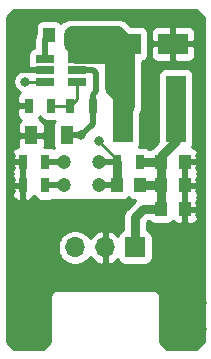
<source format=gtl>
G04 #@! TF.GenerationSoftware,KiCad,Pcbnew,(5.1.7)-1*
G04 #@! TF.CreationDate,2021-11-27T23:37:44+01:00*
G04 #@! TF.ProjectId,psu-module-positive,7073752d-6d6f-4647-956c-652d706f7369,rev?*
G04 #@! TF.SameCoordinates,Original*
G04 #@! TF.FileFunction,Copper,L1,Top*
G04 #@! TF.FilePolarity,Positive*
%FSLAX46Y46*%
G04 Gerber Fmt 4.6, Leading zero omitted, Abs format (unit mm)*
G04 Created by KiCad (PCBNEW (5.1.7)-1) date 2021-11-27 23:37:44*
%MOMM*%
%LPD*%
G01*
G04 APERTURE LIST*
G04 #@! TA.AperFunction,SMDPad,CuDef*
%ADD10R,0.700000X1.300000*%
G04 #@! TD*
G04 #@! TA.AperFunction,ComponentPad*
%ADD11C,1.200000*%
G04 #@! TD*
G04 #@! TA.AperFunction,SMDPad,CuDef*
%ADD12R,1.000000X1.250000*%
G04 #@! TD*
G04 #@! TA.AperFunction,ComponentPad*
%ADD13R,1.700000X1.700000*%
G04 #@! TD*
G04 #@! TA.AperFunction,ComponentPad*
%ADD14O,1.700000X1.700000*%
G04 #@! TD*
G04 #@! TA.AperFunction,SMDPad,CuDef*
%ADD15R,2.500000X1.800000*%
G04 #@! TD*
G04 #@! TA.AperFunction,SMDPad,CuDef*
%ADD16R,1.000000X1.600000*%
G04 #@! TD*
G04 #@! TA.AperFunction,SMDPad,CuDef*
%ADD17R,1.560000X0.650000*%
G04 #@! TD*
G04 #@! TA.AperFunction,SMDPad,CuDef*
%ADD18R,1.700000X5.700000*%
G04 #@! TD*
G04 #@! TA.AperFunction,ViaPad*
%ADD19C,0.800000*%
G04 #@! TD*
G04 #@! TA.AperFunction,Conductor*
%ADD20C,0.500000*%
G04 #@! TD*
G04 #@! TA.AperFunction,Conductor*
%ADD21C,0.750000*%
G04 #@! TD*
G04 #@! TA.AperFunction,Conductor*
%ADD22C,1.500000*%
G04 #@! TD*
G04 #@! TA.AperFunction,Conductor*
%ADD23C,0.250000*%
G04 #@! TD*
G04 #@! TA.AperFunction,Conductor*
%ADD24C,0.254000*%
G04 #@! TD*
G04 #@! TA.AperFunction,Conductor*
%ADD25C,0.100000*%
G04 #@! TD*
G04 APERTURE END LIST*
D10*
X17950000Y-13750000D03*
X16050000Y-13750000D03*
X21450000Y-13750000D03*
X19550000Y-13750000D03*
D11*
X22000000Y-20500000D03*
X19000000Y-20500000D03*
X22000000Y-18500000D03*
X19000000Y-18500000D03*
D12*
X25500000Y-20500000D03*
X23500000Y-20500000D03*
D10*
X25450000Y-18500000D03*
X23550000Y-18500000D03*
X17450000Y-18500000D03*
X15550000Y-18500000D03*
X17450000Y-20500000D03*
X15550000Y-20500000D03*
D12*
X27250000Y-22500000D03*
X29250000Y-22500000D03*
X27250000Y-20500000D03*
X29250000Y-20500000D03*
D13*
X25040000Y-25750000D03*
D14*
X22500000Y-25750000D03*
X19960000Y-25750000D03*
D15*
X28250000Y-8500000D03*
X24250000Y-8500000D03*
D12*
X27250000Y-18500000D03*
X29250000Y-18500000D03*
X19750000Y-7750000D03*
X17750000Y-7750000D03*
D16*
X16250000Y-16250000D03*
X19250000Y-16250000D03*
D17*
X17400000Y-9800000D03*
X17400000Y-10750000D03*
X17400000Y-11700000D03*
X20100000Y-11700000D03*
X20100000Y-9800000D03*
X20100000Y-10750000D03*
D18*
X24000000Y-14000000D03*
X28500000Y-14000000D03*
D19*
X17500000Y-29000000D03*
X14500000Y-7000000D03*
X14500000Y-8000000D03*
X14500000Y-9000000D03*
X30500000Y-7000000D03*
X30500000Y-8000000D03*
X30500000Y-9000000D03*
X14500000Y-10000000D03*
X14500000Y-13000000D03*
X14500000Y-14000000D03*
X14500000Y-15000000D03*
X30500000Y-10000000D03*
X30500000Y-11000000D03*
X30500000Y-12000000D03*
X30500000Y-13000000D03*
X30500000Y-14000000D03*
X30500000Y-15000000D03*
X30500000Y-16000000D03*
X30500000Y-17000000D03*
X30500000Y-18000000D03*
X30500000Y-19000000D03*
X30500000Y-20000000D03*
X30500000Y-21000000D03*
X30500000Y-22000000D03*
X30500000Y-23000000D03*
X30500000Y-25000000D03*
X30500000Y-24000000D03*
X30500000Y-26000000D03*
X30500000Y-27000000D03*
X30500000Y-28000000D03*
X30500000Y-29000000D03*
X30500000Y-30000000D03*
X14500000Y-30000000D03*
X14500000Y-29000000D03*
X14500000Y-28000000D03*
X14500000Y-27000000D03*
X14500000Y-26000000D03*
X14500000Y-25000000D03*
X14500000Y-24000000D03*
X14500000Y-23000000D03*
X14500000Y-22000000D03*
X14500000Y-21000000D03*
X14500000Y-19000000D03*
X14500000Y-17000000D03*
X14500000Y-16000000D03*
X14500000Y-18000000D03*
X14500000Y-12000000D03*
X27500000Y-29000000D03*
X19500000Y-29000000D03*
X20500000Y-29000000D03*
X21500000Y-29000000D03*
X22500000Y-29000000D03*
X23500000Y-29000000D03*
X24500000Y-29000000D03*
X25500000Y-29000000D03*
X26500000Y-29000000D03*
X27500000Y-30000000D03*
X15500000Y-6000000D03*
X16500000Y-6000000D03*
X17500000Y-6000000D03*
X18500000Y-6000000D03*
X19500000Y-6000000D03*
X20500000Y-6000000D03*
X21500000Y-6000000D03*
X22500000Y-6000000D03*
X23500000Y-6000000D03*
X24500000Y-6000000D03*
X25500000Y-6000000D03*
X26500000Y-6000000D03*
X27500000Y-6000000D03*
X28500000Y-6000000D03*
X29500000Y-6000000D03*
X30500000Y-31000000D03*
X30500000Y-32000000D03*
X30500000Y-33000000D03*
X14500000Y-31000000D03*
X14500000Y-32000000D03*
X14500000Y-33000000D03*
X15500000Y-34000000D03*
X16500000Y-34000000D03*
X17500000Y-33000000D03*
X17500000Y-32000000D03*
X17500000Y-31000000D03*
X17500000Y-30000000D03*
X27500000Y-33000000D03*
X27500000Y-32000000D03*
X27500000Y-31000000D03*
X29500000Y-34000000D03*
X18500000Y-29000000D03*
X28500000Y-34000000D03*
X14500000Y-20000000D03*
X14500000Y-11000000D03*
X22000000Y-16750000D03*
X15750000Y-11700000D03*
X20500000Y-16250000D03*
D20*
X14750000Y-10750000D02*
X17400000Y-10750000D01*
X14500000Y-11000000D02*
X14750000Y-10750000D01*
X17400000Y-8100000D02*
X17750000Y-7750000D01*
X17400000Y-9800000D02*
X17400000Y-8100000D01*
D21*
X20100000Y-9800000D02*
X22950000Y-9800000D01*
D22*
X23500000Y-7750000D02*
X24250000Y-8500000D01*
X19750000Y-7750000D02*
X23500000Y-7750000D01*
X24250000Y-13750000D02*
X24000000Y-14000000D01*
X24250000Y-8500000D02*
X24250000Y-13750000D01*
X23250000Y-12250000D02*
X23250000Y-9500000D01*
X24000000Y-14000000D02*
X24000000Y-13000000D01*
D21*
X23250000Y-9500000D02*
X24250000Y-8500000D01*
D22*
X24000000Y-13000000D02*
X23250000Y-12250000D01*
D21*
X22950000Y-9800000D02*
X23250000Y-9500000D01*
D22*
X19750000Y-7750000D02*
X19750000Y-8500000D01*
X19750000Y-8500000D02*
X20412499Y-9162499D01*
X20412499Y-9162499D02*
X20100000Y-9474999D01*
X24250000Y-8500000D02*
X22750000Y-8500000D01*
X22750000Y-8500000D02*
X22000000Y-9250000D01*
X20500000Y-9250000D02*
X20412499Y-9162499D01*
X22000000Y-9250000D02*
X20500000Y-9250000D01*
X20500000Y-7750000D02*
X22000000Y-9250000D01*
X19750000Y-7750000D02*
X20500000Y-7750000D01*
D23*
X17400000Y-11700000D02*
X15750000Y-11700000D01*
D21*
X23550000Y-20450000D02*
X23500000Y-20500000D01*
X23550000Y-18500000D02*
X23550000Y-20450000D01*
D23*
X23550000Y-18300000D02*
X22000000Y-16750000D01*
X23550000Y-18500000D02*
X23550000Y-18300000D01*
D20*
X22000000Y-18500000D02*
X23550000Y-18500000D01*
X22000000Y-20500000D02*
X23500000Y-20500000D01*
X20100000Y-10750000D02*
X21500000Y-10750000D01*
X21500000Y-10750000D02*
X21750000Y-11000000D01*
X21450000Y-12800000D02*
X21750000Y-12500000D01*
X21450000Y-13750000D02*
X21450000Y-12800000D01*
X21750000Y-11000000D02*
X21750000Y-12500000D01*
X19250000Y-16250000D02*
X20500000Y-16250000D01*
X21450000Y-15300000D02*
X21450000Y-15050000D01*
X20500000Y-16250000D02*
X21450000Y-15300000D01*
X21450000Y-13750000D02*
X21450000Y-15050000D01*
D21*
X25040000Y-25750000D02*
X25040000Y-23210000D01*
X25750000Y-22500000D02*
X27250000Y-22500000D01*
X25040000Y-23210000D02*
X25750000Y-22500000D01*
X27250000Y-22500000D02*
X27250000Y-18500000D01*
X27250000Y-18500000D02*
X27250000Y-18000000D01*
X28500000Y-16750000D02*
X28500000Y-14000000D01*
X27250000Y-18000000D02*
X28500000Y-16750000D01*
X25450000Y-18500000D02*
X27250000Y-18500000D01*
X25500000Y-20500000D02*
X27250000Y-20500000D01*
D20*
X17450000Y-18500000D02*
X19000000Y-18500000D01*
X17450000Y-20500000D02*
X19000000Y-20500000D01*
D23*
X17950000Y-13750000D02*
X19550000Y-13750000D01*
X20100000Y-13200000D02*
X19550000Y-13750000D01*
X20100000Y-11700000D02*
X20100000Y-13200000D01*
D24*
X30840000Y-6273381D02*
X30840001Y-29967571D01*
X30836807Y-30000000D01*
X30849550Y-30129383D01*
X30887290Y-30253793D01*
X30948575Y-30368450D01*
X30953950Y-30375000D01*
X30948575Y-30381550D01*
X30887290Y-30496207D01*
X30849550Y-30620617D01*
X30836807Y-30750000D01*
X30840000Y-30782420D01*
X30840001Y-32217571D01*
X30836807Y-32250000D01*
X30849550Y-32379383D01*
X30887290Y-32503793D01*
X30948575Y-32618450D01*
X30953950Y-32625000D01*
X30948575Y-32631550D01*
X30887290Y-32746207D01*
X30849550Y-32870617D01*
X30836807Y-33000000D01*
X30840001Y-33032429D01*
X30840000Y-33726619D01*
X30226620Y-34340000D01*
X27773381Y-34340000D01*
X27160000Y-33726620D01*
X27160000Y-30032419D01*
X27163193Y-30000000D01*
X27150450Y-29870617D01*
X27112710Y-29746207D01*
X27051425Y-29631550D01*
X26968948Y-29531052D01*
X26868450Y-29448575D01*
X26753793Y-29387290D01*
X26629383Y-29349550D01*
X26532419Y-29340000D01*
X26500000Y-29336807D01*
X26467581Y-29340000D01*
X18532419Y-29340000D01*
X18500000Y-29336807D01*
X18467581Y-29340000D01*
X18370617Y-29349550D01*
X18246207Y-29387290D01*
X18131550Y-29448575D01*
X18031052Y-29531052D01*
X17948575Y-29631550D01*
X17887290Y-29746207D01*
X17849550Y-29870617D01*
X17836807Y-30000000D01*
X17840000Y-30032419D01*
X17840001Y-33726618D01*
X17226620Y-34340000D01*
X14773381Y-34340000D01*
X14160000Y-33726620D01*
X14160000Y-25603740D01*
X18475000Y-25603740D01*
X18475000Y-25896260D01*
X18532068Y-26183158D01*
X18644010Y-26453411D01*
X18806525Y-26696632D01*
X19013368Y-26903475D01*
X19256589Y-27065990D01*
X19526842Y-27177932D01*
X19813740Y-27235000D01*
X20106260Y-27235000D01*
X20393158Y-27177932D01*
X20663411Y-27065990D01*
X20906632Y-26903475D01*
X21113475Y-26696632D01*
X21235195Y-26514466D01*
X21304822Y-26631355D01*
X21499731Y-26847588D01*
X21733080Y-27021641D01*
X21995901Y-27146825D01*
X22143110Y-27191476D01*
X22373000Y-27070155D01*
X22373000Y-25877000D01*
X22353000Y-25877000D01*
X22353000Y-25623000D01*
X22373000Y-25623000D01*
X22373000Y-24429845D01*
X22143110Y-24308524D01*
X21995901Y-24353175D01*
X21733080Y-24478359D01*
X21499731Y-24652412D01*
X21304822Y-24868645D01*
X21235195Y-24985534D01*
X21113475Y-24803368D01*
X20906632Y-24596525D01*
X20663411Y-24434010D01*
X20393158Y-24322068D01*
X20106260Y-24265000D01*
X19813740Y-24265000D01*
X19526842Y-24322068D01*
X19256589Y-24434010D01*
X19013368Y-24596525D01*
X18806525Y-24803368D01*
X18644010Y-25046589D01*
X18532068Y-25316842D01*
X18475000Y-25603740D01*
X14160000Y-25603740D01*
X14160000Y-21150000D01*
X14561928Y-21150000D01*
X14574188Y-21274482D01*
X14610498Y-21394180D01*
X14669463Y-21504494D01*
X14748815Y-21601185D01*
X14845506Y-21680537D01*
X14955820Y-21739502D01*
X15075518Y-21775812D01*
X15200000Y-21788072D01*
X15264250Y-21785000D01*
X15423000Y-21626250D01*
X15423000Y-20627000D01*
X14723750Y-20627000D01*
X14565000Y-20785750D01*
X14561928Y-21150000D01*
X14160000Y-21150000D01*
X14160000Y-19150000D01*
X14561928Y-19150000D01*
X14574188Y-19274482D01*
X14610498Y-19394180D01*
X14667061Y-19500000D01*
X14610498Y-19605820D01*
X14574188Y-19725518D01*
X14561928Y-19850000D01*
X14565000Y-20214250D01*
X14723750Y-20373000D01*
X15423000Y-20373000D01*
X15423000Y-18627000D01*
X14723750Y-18627000D01*
X14565000Y-18785750D01*
X14561928Y-19150000D01*
X14160000Y-19150000D01*
X14160000Y-17850000D01*
X14561928Y-17850000D01*
X14565000Y-18214250D01*
X14723750Y-18373000D01*
X15423000Y-18373000D01*
X15423000Y-18353000D01*
X15677000Y-18353000D01*
X15677000Y-18373000D01*
X15697000Y-18373000D01*
X15697000Y-18627000D01*
X15677000Y-18627000D01*
X15677000Y-20373000D01*
X15697000Y-20373000D01*
X15697000Y-20627000D01*
X15677000Y-20627000D01*
X15677000Y-21626250D01*
X15835750Y-21785000D01*
X15900000Y-21788072D01*
X16024482Y-21775812D01*
X16144180Y-21739502D01*
X16254494Y-21680537D01*
X16351185Y-21601185D01*
X16430537Y-21504494D01*
X16489502Y-21394180D01*
X16500000Y-21359573D01*
X16510498Y-21394180D01*
X16569463Y-21504494D01*
X16648815Y-21601185D01*
X16745506Y-21680537D01*
X16855820Y-21739502D01*
X16975518Y-21775812D01*
X17100000Y-21788072D01*
X17800000Y-21788072D01*
X17924482Y-21775812D01*
X18044180Y-21739502D01*
X18067569Y-21727000D01*
X18838144Y-21727000D01*
X18878363Y-21735000D01*
X19121637Y-21735000D01*
X19161856Y-21727000D01*
X21838144Y-21727000D01*
X21878363Y-21735000D01*
X22121637Y-21735000D01*
X22161856Y-21727000D01*
X22797020Y-21727000D01*
X22875518Y-21750812D01*
X23000000Y-21763072D01*
X24000000Y-21763072D01*
X24124482Y-21750812D01*
X24244180Y-21714502D01*
X24354494Y-21655537D01*
X24451185Y-21576185D01*
X24500000Y-21516704D01*
X24548815Y-21576185D01*
X24645506Y-21655537D01*
X24755820Y-21714502D01*
X24875518Y-21750812D01*
X25000000Y-21763072D01*
X25055878Y-21763072D01*
X25032367Y-21782367D01*
X25000743Y-21820901D01*
X24360901Y-22460744D01*
X24322368Y-22492367D01*
X24290745Y-22530900D01*
X24290744Y-22530901D01*
X24196154Y-22646160D01*
X24102368Y-22821621D01*
X24044615Y-23012006D01*
X24025114Y-23210000D01*
X24030001Y-23259617D01*
X24030001Y-24284962D01*
X23945820Y-24310498D01*
X23835506Y-24369463D01*
X23738815Y-24448815D01*
X23659463Y-24545506D01*
X23600498Y-24655820D01*
X23576034Y-24736466D01*
X23500269Y-24652412D01*
X23266920Y-24478359D01*
X23004099Y-24353175D01*
X22856890Y-24308524D01*
X22627000Y-24429845D01*
X22627000Y-25623000D01*
X22647000Y-25623000D01*
X22647000Y-25877000D01*
X22627000Y-25877000D01*
X22627000Y-27070155D01*
X22856890Y-27191476D01*
X23004099Y-27146825D01*
X23266920Y-27021641D01*
X23500269Y-26847588D01*
X23576034Y-26763534D01*
X23600498Y-26844180D01*
X23659463Y-26954494D01*
X23738815Y-27051185D01*
X23835506Y-27130537D01*
X23945820Y-27189502D01*
X24065518Y-27225812D01*
X24190000Y-27238072D01*
X25890000Y-27238072D01*
X26014482Y-27225812D01*
X26134180Y-27189502D01*
X26244494Y-27130537D01*
X26341185Y-27051185D01*
X26420537Y-26954494D01*
X26479502Y-26844180D01*
X26515812Y-26724482D01*
X26528072Y-26600000D01*
X26528072Y-24900000D01*
X26515812Y-24775518D01*
X26479502Y-24655820D01*
X26420537Y-24545506D01*
X26341185Y-24448815D01*
X26244494Y-24369463D01*
X26134180Y-24310498D01*
X26050000Y-24284962D01*
X26050000Y-23628355D01*
X26168356Y-23510000D01*
X26244499Y-23510000D01*
X26298815Y-23576185D01*
X26395506Y-23655537D01*
X26505820Y-23714502D01*
X26625518Y-23750812D01*
X26750000Y-23763072D01*
X27750000Y-23763072D01*
X27874482Y-23750812D01*
X27994180Y-23714502D01*
X28104494Y-23655537D01*
X28201185Y-23576185D01*
X28250000Y-23516704D01*
X28298815Y-23576185D01*
X28395506Y-23655537D01*
X28505820Y-23714502D01*
X28625518Y-23750812D01*
X28750000Y-23763072D01*
X28964250Y-23760000D01*
X29123000Y-23601250D01*
X29123000Y-22627000D01*
X29377000Y-22627000D01*
X29377000Y-23601250D01*
X29535750Y-23760000D01*
X29750000Y-23763072D01*
X29874482Y-23750812D01*
X29994180Y-23714502D01*
X30104494Y-23655537D01*
X30201185Y-23576185D01*
X30280537Y-23479494D01*
X30339502Y-23369180D01*
X30375812Y-23249482D01*
X30388072Y-23125000D01*
X30385000Y-22785750D01*
X30226250Y-22627000D01*
X29377000Y-22627000D01*
X29123000Y-22627000D01*
X29103000Y-22627000D01*
X29103000Y-22373000D01*
X29123000Y-22373000D01*
X29123000Y-20627000D01*
X29377000Y-20627000D01*
X29377000Y-22373000D01*
X30226250Y-22373000D01*
X30385000Y-22214250D01*
X30388072Y-21875000D01*
X30375812Y-21750518D01*
X30339502Y-21630820D01*
X30280537Y-21520506D01*
X30263708Y-21500000D01*
X30280537Y-21479494D01*
X30339502Y-21369180D01*
X30375812Y-21249482D01*
X30388072Y-21125000D01*
X30385000Y-20785750D01*
X30226250Y-20627000D01*
X29377000Y-20627000D01*
X29123000Y-20627000D01*
X29103000Y-20627000D01*
X29103000Y-20373000D01*
X29123000Y-20373000D01*
X29123000Y-18627000D01*
X29377000Y-18627000D01*
X29377000Y-20373000D01*
X30226250Y-20373000D01*
X30385000Y-20214250D01*
X30388072Y-19875000D01*
X30375812Y-19750518D01*
X30339502Y-19630820D01*
X30280537Y-19520506D01*
X30263708Y-19500000D01*
X30280537Y-19479494D01*
X30339502Y-19369180D01*
X30375812Y-19249482D01*
X30388072Y-19125000D01*
X30385000Y-18785750D01*
X30226250Y-18627000D01*
X29377000Y-18627000D01*
X29123000Y-18627000D01*
X29103000Y-18627000D01*
X29103000Y-18373000D01*
X29123000Y-18373000D01*
X29123000Y-18353000D01*
X29377000Y-18353000D01*
X29377000Y-18373000D01*
X30226250Y-18373000D01*
X30385000Y-18214250D01*
X30388072Y-17875000D01*
X30375812Y-17750518D01*
X30339502Y-17630820D01*
X30280537Y-17520506D01*
X30201185Y-17423815D01*
X30104494Y-17344463D01*
X29994180Y-17285498D01*
X29874482Y-17249188D01*
X29846148Y-17246397D01*
X29880537Y-17204494D01*
X29939502Y-17094180D01*
X29975812Y-16974482D01*
X29988072Y-16850000D01*
X29988072Y-11150000D01*
X29975812Y-11025518D01*
X29939502Y-10905820D01*
X29880537Y-10795506D01*
X29801185Y-10698815D01*
X29704494Y-10619463D01*
X29594180Y-10560498D01*
X29474482Y-10524188D01*
X29350000Y-10511928D01*
X27650000Y-10511928D01*
X27525518Y-10524188D01*
X27405820Y-10560498D01*
X27295506Y-10619463D01*
X27198815Y-10698815D01*
X27119463Y-10795506D01*
X27060498Y-10905820D01*
X27024188Y-11025518D01*
X27011928Y-11150000D01*
X27011928Y-16809717D01*
X26570901Y-17250744D01*
X26541883Y-17274558D01*
X26505820Y-17285498D01*
X26395506Y-17344463D01*
X26298815Y-17423815D01*
X26285258Y-17440334D01*
X26251185Y-17398815D01*
X26154494Y-17319463D01*
X26044180Y-17260498D01*
X25924482Y-17224188D01*
X25800000Y-17211928D01*
X25374436Y-17211928D01*
X25380537Y-17204494D01*
X25439502Y-17094180D01*
X25475812Y-16974482D01*
X25488072Y-16850000D01*
X25488072Y-14371807D01*
X25535764Y-14282581D01*
X25614960Y-14021507D01*
X25635000Y-13818037D01*
X25635000Y-13818027D01*
X25641700Y-13750001D01*
X25635000Y-13681974D01*
X25635000Y-10022621D01*
X25744180Y-9989502D01*
X25854494Y-9930537D01*
X25951185Y-9851185D01*
X26030537Y-9754494D01*
X26089502Y-9644180D01*
X26125812Y-9524482D01*
X26138072Y-9400000D01*
X26361928Y-9400000D01*
X26374188Y-9524482D01*
X26410498Y-9644180D01*
X26469463Y-9754494D01*
X26548815Y-9851185D01*
X26645506Y-9930537D01*
X26755820Y-9989502D01*
X26875518Y-10025812D01*
X27000000Y-10038072D01*
X27964250Y-10035000D01*
X28123000Y-9876250D01*
X28123000Y-8627000D01*
X28377000Y-8627000D01*
X28377000Y-9876250D01*
X28535750Y-10035000D01*
X29500000Y-10038072D01*
X29624482Y-10025812D01*
X29744180Y-9989502D01*
X29854494Y-9930537D01*
X29951185Y-9851185D01*
X30030537Y-9754494D01*
X30089502Y-9644180D01*
X30125812Y-9524482D01*
X30138072Y-9400000D01*
X30135000Y-8785750D01*
X29976250Y-8627000D01*
X28377000Y-8627000D01*
X28123000Y-8627000D01*
X26523750Y-8627000D01*
X26365000Y-8785750D01*
X26361928Y-9400000D01*
X26138072Y-9400000D01*
X26138072Y-7600000D01*
X26361928Y-7600000D01*
X26365000Y-8214250D01*
X26523750Y-8373000D01*
X28123000Y-8373000D01*
X28123000Y-7123750D01*
X28377000Y-7123750D01*
X28377000Y-8373000D01*
X29976250Y-8373000D01*
X30135000Y-8214250D01*
X30138072Y-7600000D01*
X30125812Y-7475518D01*
X30089502Y-7355820D01*
X30030537Y-7245506D01*
X29951185Y-7148815D01*
X29854494Y-7069463D01*
X29744180Y-7010498D01*
X29624482Y-6974188D01*
X29500000Y-6961928D01*
X28535750Y-6965000D01*
X28377000Y-7123750D01*
X28123000Y-7123750D01*
X27964250Y-6965000D01*
X27000000Y-6961928D01*
X26875518Y-6974188D01*
X26755820Y-7010498D01*
X26645506Y-7069463D01*
X26548815Y-7148815D01*
X26469463Y-7245506D01*
X26410498Y-7355820D01*
X26374188Y-7475518D01*
X26361928Y-7600000D01*
X26138072Y-7600000D01*
X26125812Y-7475518D01*
X26089502Y-7355820D01*
X26030537Y-7245506D01*
X25951185Y-7148815D01*
X25854494Y-7069463D01*
X25744180Y-7010498D01*
X25624482Y-6974188D01*
X25500000Y-6961928D01*
X24670613Y-6961928D01*
X24527454Y-6818769D01*
X24484081Y-6765919D01*
X24273188Y-6592843D01*
X24032581Y-6464236D01*
X23771507Y-6385040D01*
X23568037Y-6365000D01*
X23568029Y-6365000D01*
X23500000Y-6358300D01*
X23431971Y-6365000D01*
X20568029Y-6365000D01*
X20500000Y-6358300D01*
X20431971Y-6365000D01*
X19818036Y-6365000D01*
X19750000Y-6358299D01*
X19681963Y-6365000D01*
X19478493Y-6385040D01*
X19217419Y-6464236D01*
X19158016Y-6495987D01*
X19125518Y-6499188D01*
X19005820Y-6535498D01*
X18895506Y-6594463D01*
X18798815Y-6673815D01*
X18750000Y-6733296D01*
X18701185Y-6673815D01*
X18604494Y-6594463D01*
X18494180Y-6535498D01*
X18374482Y-6499188D01*
X18250000Y-6486928D01*
X17250000Y-6486928D01*
X17125518Y-6499188D01*
X17005820Y-6535498D01*
X16895506Y-6594463D01*
X16798815Y-6673815D01*
X16719463Y-6770506D01*
X16660498Y-6880820D01*
X16624188Y-7000518D01*
X16611928Y-7125000D01*
X16611928Y-7696982D01*
X16578412Y-7759687D01*
X16527805Y-7926510D01*
X16510719Y-8100000D01*
X16515001Y-8143479D01*
X16515001Y-8847269D01*
X16495518Y-8849188D01*
X16375820Y-8885498D01*
X16265506Y-8944463D01*
X16168815Y-9023815D01*
X16089463Y-9120506D01*
X16030498Y-9230820D01*
X15994188Y-9350518D01*
X15981928Y-9475000D01*
X15981928Y-10125000D01*
X15994188Y-10249482D01*
X16001929Y-10275000D01*
X15994188Y-10300518D01*
X15981928Y-10425000D01*
X15985000Y-10464250D01*
X16143748Y-10622998D01*
X15985000Y-10622998D01*
X15985000Y-10691467D01*
X15851939Y-10665000D01*
X15648061Y-10665000D01*
X15448102Y-10704774D01*
X15259744Y-10782795D01*
X15090226Y-10896063D01*
X14946063Y-11040226D01*
X14832795Y-11209744D01*
X14754774Y-11398102D01*
X14715000Y-11598061D01*
X14715000Y-11801939D01*
X14754774Y-12001898D01*
X14832795Y-12190256D01*
X14946063Y-12359774D01*
X15090226Y-12503937D01*
X15259744Y-12617205D01*
X15278078Y-12624799D01*
X15248815Y-12648815D01*
X15169463Y-12745506D01*
X15110498Y-12855820D01*
X15074188Y-12975518D01*
X15061928Y-13100000D01*
X15065000Y-13464250D01*
X15223750Y-13623000D01*
X15923000Y-13623000D01*
X15923000Y-13603000D01*
X16177000Y-13603000D01*
X16177000Y-13623000D01*
X16197000Y-13623000D01*
X16197000Y-13877000D01*
X16177000Y-13877000D01*
X16177000Y-13897000D01*
X15923000Y-13897000D01*
X15923000Y-13877000D01*
X15223750Y-13877000D01*
X15065000Y-14035750D01*
X15061928Y-14400000D01*
X15074188Y-14524482D01*
X15110498Y-14644180D01*
X15169463Y-14754494D01*
X15248815Y-14851185D01*
X15345506Y-14930537D01*
X15367613Y-14942354D01*
X15298815Y-14998815D01*
X15219463Y-15095506D01*
X15160498Y-15205820D01*
X15124188Y-15325518D01*
X15111928Y-15450000D01*
X15115000Y-15964250D01*
X15273750Y-16123000D01*
X16123000Y-16123000D01*
X16123000Y-16103000D01*
X16377000Y-16103000D01*
X16377000Y-16123000D01*
X17226250Y-16123000D01*
X17385000Y-15964250D01*
X17388072Y-15450000D01*
X17375812Y-15325518D01*
X17339502Y-15205820D01*
X17280537Y-15095506D01*
X17201185Y-14998815D01*
X17104494Y-14919463D01*
X16994180Y-14860498D01*
X16874482Y-14824188D01*
X16873426Y-14824084D01*
X16930537Y-14754494D01*
X16989502Y-14644180D01*
X17000000Y-14609573D01*
X17010498Y-14644180D01*
X17069463Y-14754494D01*
X17148815Y-14851185D01*
X17245506Y-14930537D01*
X17355820Y-14989502D01*
X17475518Y-15025812D01*
X17600000Y-15038072D01*
X18266598Y-15038072D01*
X18219463Y-15095506D01*
X18160498Y-15205820D01*
X18124188Y-15325518D01*
X18111928Y-15450000D01*
X18111928Y-17050000D01*
X18124188Y-17174482D01*
X18160498Y-17294180D01*
X18189265Y-17347999D01*
X18154494Y-17319463D01*
X18044180Y-17260498D01*
X17924482Y-17224188D01*
X17800000Y-17211928D01*
X17364453Y-17211928D01*
X17375812Y-17174482D01*
X17388072Y-17050000D01*
X17385000Y-16535750D01*
X17226250Y-16377000D01*
X16377000Y-16377000D01*
X16377000Y-16397000D01*
X16123000Y-16397000D01*
X16123000Y-16377000D01*
X15273750Y-16377000D01*
X15115000Y-16535750D01*
X15111928Y-17050000D01*
X15124188Y-17174482D01*
X15137417Y-17218092D01*
X15075518Y-17224188D01*
X14955820Y-17260498D01*
X14845506Y-17319463D01*
X14748815Y-17398815D01*
X14669463Y-17495506D01*
X14610498Y-17605820D01*
X14574188Y-17725518D01*
X14561928Y-17850000D01*
X14160000Y-17850000D01*
X14160000Y-6273380D01*
X14773381Y-5660000D01*
X30226620Y-5660000D01*
X30840000Y-6273381D01*
G04 #@! TA.AperFunction,Conductor*
D25*
G36*
X30840000Y-6273381D02*
G01*
X30840001Y-29967571D01*
X30836807Y-30000000D01*
X30849550Y-30129383D01*
X30887290Y-30253793D01*
X30948575Y-30368450D01*
X30953950Y-30375000D01*
X30948575Y-30381550D01*
X30887290Y-30496207D01*
X30849550Y-30620617D01*
X30836807Y-30750000D01*
X30840000Y-30782420D01*
X30840001Y-32217571D01*
X30836807Y-32250000D01*
X30849550Y-32379383D01*
X30887290Y-32503793D01*
X30948575Y-32618450D01*
X30953950Y-32625000D01*
X30948575Y-32631550D01*
X30887290Y-32746207D01*
X30849550Y-32870617D01*
X30836807Y-33000000D01*
X30840001Y-33032429D01*
X30840000Y-33726619D01*
X30226620Y-34340000D01*
X27773381Y-34340000D01*
X27160000Y-33726620D01*
X27160000Y-30032419D01*
X27163193Y-30000000D01*
X27150450Y-29870617D01*
X27112710Y-29746207D01*
X27051425Y-29631550D01*
X26968948Y-29531052D01*
X26868450Y-29448575D01*
X26753793Y-29387290D01*
X26629383Y-29349550D01*
X26532419Y-29340000D01*
X26500000Y-29336807D01*
X26467581Y-29340000D01*
X18532419Y-29340000D01*
X18500000Y-29336807D01*
X18467581Y-29340000D01*
X18370617Y-29349550D01*
X18246207Y-29387290D01*
X18131550Y-29448575D01*
X18031052Y-29531052D01*
X17948575Y-29631550D01*
X17887290Y-29746207D01*
X17849550Y-29870617D01*
X17836807Y-30000000D01*
X17840000Y-30032419D01*
X17840001Y-33726618D01*
X17226620Y-34340000D01*
X14773381Y-34340000D01*
X14160000Y-33726620D01*
X14160000Y-25603740D01*
X18475000Y-25603740D01*
X18475000Y-25896260D01*
X18532068Y-26183158D01*
X18644010Y-26453411D01*
X18806525Y-26696632D01*
X19013368Y-26903475D01*
X19256589Y-27065990D01*
X19526842Y-27177932D01*
X19813740Y-27235000D01*
X20106260Y-27235000D01*
X20393158Y-27177932D01*
X20663411Y-27065990D01*
X20906632Y-26903475D01*
X21113475Y-26696632D01*
X21235195Y-26514466D01*
X21304822Y-26631355D01*
X21499731Y-26847588D01*
X21733080Y-27021641D01*
X21995901Y-27146825D01*
X22143110Y-27191476D01*
X22373000Y-27070155D01*
X22373000Y-25877000D01*
X22353000Y-25877000D01*
X22353000Y-25623000D01*
X22373000Y-25623000D01*
X22373000Y-24429845D01*
X22143110Y-24308524D01*
X21995901Y-24353175D01*
X21733080Y-24478359D01*
X21499731Y-24652412D01*
X21304822Y-24868645D01*
X21235195Y-24985534D01*
X21113475Y-24803368D01*
X20906632Y-24596525D01*
X20663411Y-24434010D01*
X20393158Y-24322068D01*
X20106260Y-24265000D01*
X19813740Y-24265000D01*
X19526842Y-24322068D01*
X19256589Y-24434010D01*
X19013368Y-24596525D01*
X18806525Y-24803368D01*
X18644010Y-25046589D01*
X18532068Y-25316842D01*
X18475000Y-25603740D01*
X14160000Y-25603740D01*
X14160000Y-21150000D01*
X14561928Y-21150000D01*
X14574188Y-21274482D01*
X14610498Y-21394180D01*
X14669463Y-21504494D01*
X14748815Y-21601185D01*
X14845506Y-21680537D01*
X14955820Y-21739502D01*
X15075518Y-21775812D01*
X15200000Y-21788072D01*
X15264250Y-21785000D01*
X15423000Y-21626250D01*
X15423000Y-20627000D01*
X14723750Y-20627000D01*
X14565000Y-20785750D01*
X14561928Y-21150000D01*
X14160000Y-21150000D01*
X14160000Y-19150000D01*
X14561928Y-19150000D01*
X14574188Y-19274482D01*
X14610498Y-19394180D01*
X14667061Y-19500000D01*
X14610498Y-19605820D01*
X14574188Y-19725518D01*
X14561928Y-19850000D01*
X14565000Y-20214250D01*
X14723750Y-20373000D01*
X15423000Y-20373000D01*
X15423000Y-18627000D01*
X14723750Y-18627000D01*
X14565000Y-18785750D01*
X14561928Y-19150000D01*
X14160000Y-19150000D01*
X14160000Y-17850000D01*
X14561928Y-17850000D01*
X14565000Y-18214250D01*
X14723750Y-18373000D01*
X15423000Y-18373000D01*
X15423000Y-18353000D01*
X15677000Y-18353000D01*
X15677000Y-18373000D01*
X15697000Y-18373000D01*
X15697000Y-18627000D01*
X15677000Y-18627000D01*
X15677000Y-20373000D01*
X15697000Y-20373000D01*
X15697000Y-20627000D01*
X15677000Y-20627000D01*
X15677000Y-21626250D01*
X15835750Y-21785000D01*
X15900000Y-21788072D01*
X16024482Y-21775812D01*
X16144180Y-21739502D01*
X16254494Y-21680537D01*
X16351185Y-21601185D01*
X16430537Y-21504494D01*
X16489502Y-21394180D01*
X16500000Y-21359573D01*
X16510498Y-21394180D01*
X16569463Y-21504494D01*
X16648815Y-21601185D01*
X16745506Y-21680537D01*
X16855820Y-21739502D01*
X16975518Y-21775812D01*
X17100000Y-21788072D01*
X17800000Y-21788072D01*
X17924482Y-21775812D01*
X18044180Y-21739502D01*
X18067569Y-21727000D01*
X18838144Y-21727000D01*
X18878363Y-21735000D01*
X19121637Y-21735000D01*
X19161856Y-21727000D01*
X21838144Y-21727000D01*
X21878363Y-21735000D01*
X22121637Y-21735000D01*
X22161856Y-21727000D01*
X22797020Y-21727000D01*
X22875518Y-21750812D01*
X23000000Y-21763072D01*
X24000000Y-21763072D01*
X24124482Y-21750812D01*
X24244180Y-21714502D01*
X24354494Y-21655537D01*
X24451185Y-21576185D01*
X24500000Y-21516704D01*
X24548815Y-21576185D01*
X24645506Y-21655537D01*
X24755820Y-21714502D01*
X24875518Y-21750812D01*
X25000000Y-21763072D01*
X25055878Y-21763072D01*
X25032367Y-21782367D01*
X25000743Y-21820901D01*
X24360901Y-22460744D01*
X24322368Y-22492367D01*
X24290745Y-22530900D01*
X24290744Y-22530901D01*
X24196154Y-22646160D01*
X24102368Y-22821621D01*
X24044615Y-23012006D01*
X24025114Y-23210000D01*
X24030001Y-23259617D01*
X24030001Y-24284962D01*
X23945820Y-24310498D01*
X23835506Y-24369463D01*
X23738815Y-24448815D01*
X23659463Y-24545506D01*
X23600498Y-24655820D01*
X23576034Y-24736466D01*
X23500269Y-24652412D01*
X23266920Y-24478359D01*
X23004099Y-24353175D01*
X22856890Y-24308524D01*
X22627000Y-24429845D01*
X22627000Y-25623000D01*
X22647000Y-25623000D01*
X22647000Y-25877000D01*
X22627000Y-25877000D01*
X22627000Y-27070155D01*
X22856890Y-27191476D01*
X23004099Y-27146825D01*
X23266920Y-27021641D01*
X23500269Y-26847588D01*
X23576034Y-26763534D01*
X23600498Y-26844180D01*
X23659463Y-26954494D01*
X23738815Y-27051185D01*
X23835506Y-27130537D01*
X23945820Y-27189502D01*
X24065518Y-27225812D01*
X24190000Y-27238072D01*
X25890000Y-27238072D01*
X26014482Y-27225812D01*
X26134180Y-27189502D01*
X26244494Y-27130537D01*
X26341185Y-27051185D01*
X26420537Y-26954494D01*
X26479502Y-26844180D01*
X26515812Y-26724482D01*
X26528072Y-26600000D01*
X26528072Y-24900000D01*
X26515812Y-24775518D01*
X26479502Y-24655820D01*
X26420537Y-24545506D01*
X26341185Y-24448815D01*
X26244494Y-24369463D01*
X26134180Y-24310498D01*
X26050000Y-24284962D01*
X26050000Y-23628355D01*
X26168356Y-23510000D01*
X26244499Y-23510000D01*
X26298815Y-23576185D01*
X26395506Y-23655537D01*
X26505820Y-23714502D01*
X26625518Y-23750812D01*
X26750000Y-23763072D01*
X27750000Y-23763072D01*
X27874482Y-23750812D01*
X27994180Y-23714502D01*
X28104494Y-23655537D01*
X28201185Y-23576185D01*
X28250000Y-23516704D01*
X28298815Y-23576185D01*
X28395506Y-23655537D01*
X28505820Y-23714502D01*
X28625518Y-23750812D01*
X28750000Y-23763072D01*
X28964250Y-23760000D01*
X29123000Y-23601250D01*
X29123000Y-22627000D01*
X29377000Y-22627000D01*
X29377000Y-23601250D01*
X29535750Y-23760000D01*
X29750000Y-23763072D01*
X29874482Y-23750812D01*
X29994180Y-23714502D01*
X30104494Y-23655537D01*
X30201185Y-23576185D01*
X30280537Y-23479494D01*
X30339502Y-23369180D01*
X30375812Y-23249482D01*
X30388072Y-23125000D01*
X30385000Y-22785750D01*
X30226250Y-22627000D01*
X29377000Y-22627000D01*
X29123000Y-22627000D01*
X29103000Y-22627000D01*
X29103000Y-22373000D01*
X29123000Y-22373000D01*
X29123000Y-20627000D01*
X29377000Y-20627000D01*
X29377000Y-22373000D01*
X30226250Y-22373000D01*
X30385000Y-22214250D01*
X30388072Y-21875000D01*
X30375812Y-21750518D01*
X30339502Y-21630820D01*
X30280537Y-21520506D01*
X30263708Y-21500000D01*
X30280537Y-21479494D01*
X30339502Y-21369180D01*
X30375812Y-21249482D01*
X30388072Y-21125000D01*
X30385000Y-20785750D01*
X30226250Y-20627000D01*
X29377000Y-20627000D01*
X29123000Y-20627000D01*
X29103000Y-20627000D01*
X29103000Y-20373000D01*
X29123000Y-20373000D01*
X29123000Y-18627000D01*
X29377000Y-18627000D01*
X29377000Y-20373000D01*
X30226250Y-20373000D01*
X30385000Y-20214250D01*
X30388072Y-19875000D01*
X30375812Y-19750518D01*
X30339502Y-19630820D01*
X30280537Y-19520506D01*
X30263708Y-19500000D01*
X30280537Y-19479494D01*
X30339502Y-19369180D01*
X30375812Y-19249482D01*
X30388072Y-19125000D01*
X30385000Y-18785750D01*
X30226250Y-18627000D01*
X29377000Y-18627000D01*
X29123000Y-18627000D01*
X29103000Y-18627000D01*
X29103000Y-18373000D01*
X29123000Y-18373000D01*
X29123000Y-18353000D01*
X29377000Y-18353000D01*
X29377000Y-18373000D01*
X30226250Y-18373000D01*
X30385000Y-18214250D01*
X30388072Y-17875000D01*
X30375812Y-17750518D01*
X30339502Y-17630820D01*
X30280537Y-17520506D01*
X30201185Y-17423815D01*
X30104494Y-17344463D01*
X29994180Y-17285498D01*
X29874482Y-17249188D01*
X29846148Y-17246397D01*
X29880537Y-17204494D01*
X29939502Y-17094180D01*
X29975812Y-16974482D01*
X29988072Y-16850000D01*
X29988072Y-11150000D01*
X29975812Y-11025518D01*
X29939502Y-10905820D01*
X29880537Y-10795506D01*
X29801185Y-10698815D01*
X29704494Y-10619463D01*
X29594180Y-10560498D01*
X29474482Y-10524188D01*
X29350000Y-10511928D01*
X27650000Y-10511928D01*
X27525518Y-10524188D01*
X27405820Y-10560498D01*
X27295506Y-10619463D01*
X27198815Y-10698815D01*
X27119463Y-10795506D01*
X27060498Y-10905820D01*
X27024188Y-11025518D01*
X27011928Y-11150000D01*
X27011928Y-16809717D01*
X26570901Y-17250744D01*
X26541883Y-17274558D01*
X26505820Y-17285498D01*
X26395506Y-17344463D01*
X26298815Y-17423815D01*
X26285258Y-17440334D01*
X26251185Y-17398815D01*
X26154494Y-17319463D01*
X26044180Y-17260498D01*
X25924482Y-17224188D01*
X25800000Y-17211928D01*
X25374436Y-17211928D01*
X25380537Y-17204494D01*
X25439502Y-17094180D01*
X25475812Y-16974482D01*
X25488072Y-16850000D01*
X25488072Y-14371807D01*
X25535764Y-14282581D01*
X25614960Y-14021507D01*
X25635000Y-13818037D01*
X25635000Y-13818027D01*
X25641700Y-13750001D01*
X25635000Y-13681974D01*
X25635000Y-10022621D01*
X25744180Y-9989502D01*
X25854494Y-9930537D01*
X25951185Y-9851185D01*
X26030537Y-9754494D01*
X26089502Y-9644180D01*
X26125812Y-9524482D01*
X26138072Y-9400000D01*
X26361928Y-9400000D01*
X26374188Y-9524482D01*
X26410498Y-9644180D01*
X26469463Y-9754494D01*
X26548815Y-9851185D01*
X26645506Y-9930537D01*
X26755820Y-9989502D01*
X26875518Y-10025812D01*
X27000000Y-10038072D01*
X27964250Y-10035000D01*
X28123000Y-9876250D01*
X28123000Y-8627000D01*
X28377000Y-8627000D01*
X28377000Y-9876250D01*
X28535750Y-10035000D01*
X29500000Y-10038072D01*
X29624482Y-10025812D01*
X29744180Y-9989502D01*
X29854494Y-9930537D01*
X29951185Y-9851185D01*
X30030537Y-9754494D01*
X30089502Y-9644180D01*
X30125812Y-9524482D01*
X30138072Y-9400000D01*
X30135000Y-8785750D01*
X29976250Y-8627000D01*
X28377000Y-8627000D01*
X28123000Y-8627000D01*
X26523750Y-8627000D01*
X26365000Y-8785750D01*
X26361928Y-9400000D01*
X26138072Y-9400000D01*
X26138072Y-7600000D01*
X26361928Y-7600000D01*
X26365000Y-8214250D01*
X26523750Y-8373000D01*
X28123000Y-8373000D01*
X28123000Y-7123750D01*
X28377000Y-7123750D01*
X28377000Y-8373000D01*
X29976250Y-8373000D01*
X30135000Y-8214250D01*
X30138072Y-7600000D01*
X30125812Y-7475518D01*
X30089502Y-7355820D01*
X30030537Y-7245506D01*
X29951185Y-7148815D01*
X29854494Y-7069463D01*
X29744180Y-7010498D01*
X29624482Y-6974188D01*
X29500000Y-6961928D01*
X28535750Y-6965000D01*
X28377000Y-7123750D01*
X28123000Y-7123750D01*
X27964250Y-6965000D01*
X27000000Y-6961928D01*
X26875518Y-6974188D01*
X26755820Y-7010498D01*
X26645506Y-7069463D01*
X26548815Y-7148815D01*
X26469463Y-7245506D01*
X26410498Y-7355820D01*
X26374188Y-7475518D01*
X26361928Y-7600000D01*
X26138072Y-7600000D01*
X26125812Y-7475518D01*
X26089502Y-7355820D01*
X26030537Y-7245506D01*
X25951185Y-7148815D01*
X25854494Y-7069463D01*
X25744180Y-7010498D01*
X25624482Y-6974188D01*
X25500000Y-6961928D01*
X24670613Y-6961928D01*
X24527454Y-6818769D01*
X24484081Y-6765919D01*
X24273188Y-6592843D01*
X24032581Y-6464236D01*
X23771507Y-6385040D01*
X23568037Y-6365000D01*
X23568029Y-6365000D01*
X23500000Y-6358300D01*
X23431971Y-6365000D01*
X20568029Y-6365000D01*
X20500000Y-6358300D01*
X20431971Y-6365000D01*
X19818036Y-6365000D01*
X19750000Y-6358299D01*
X19681963Y-6365000D01*
X19478493Y-6385040D01*
X19217419Y-6464236D01*
X19158016Y-6495987D01*
X19125518Y-6499188D01*
X19005820Y-6535498D01*
X18895506Y-6594463D01*
X18798815Y-6673815D01*
X18750000Y-6733296D01*
X18701185Y-6673815D01*
X18604494Y-6594463D01*
X18494180Y-6535498D01*
X18374482Y-6499188D01*
X18250000Y-6486928D01*
X17250000Y-6486928D01*
X17125518Y-6499188D01*
X17005820Y-6535498D01*
X16895506Y-6594463D01*
X16798815Y-6673815D01*
X16719463Y-6770506D01*
X16660498Y-6880820D01*
X16624188Y-7000518D01*
X16611928Y-7125000D01*
X16611928Y-7696982D01*
X16578412Y-7759687D01*
X16527805Y-7926510D01*
X16510719Y-8100000D01*
X16515001Y-8143479D01*
X16515001Y-8847269D01*
X16495518Y-8849188D01*
X16375820Y-8885498D01*
X16265506Y-8944463D01*
X16168815Y-9023815D01*
X16089463Y-9120506D01*
X16030498Y-9230820D01*
X15994188Y-9350518D01*
X15981928Y-9475000D01*
X15981928Y-10125000D01*
X15994188Y-10249482D01*
X16001929Y-10275000D01*
X15994188Y-10300518D01*
X15981928Y-10425000D01*
X15985000Y-10464250D01*
X16143748Y-10622998D01*
X15985000Y-10622998D01*
X15985000Y-10691467D01*
X15851939Y-10665000D01*
X15648061Y-10665000D01*
X15448102Y-10704774D01*
X15259744Y-10782795D01*
X15090226Y-10896063D01*
X14946063Y-11040226D01*
X14832795Y-11209744D01*
X14754774Y-11398102D01*
X14715000Y-11598061D01*
X14715000Y-11801939D01*
X14754774Y-12001898D01*
X14832795Y-12190256D01*
X14946063Y-12359774D01*
X15090226Y-12503937D01*
X15259744Y-12617205D01*
X15278078Y-12624799D01*
X15248815Y-12648815D01*
X15169463Y-12745506D01*
X15110498Y-12855820D01*
X15074188Y-12975518D01*
X15061928Y-13100000D01*
X15065000Y-13464250D01*
X15223750Y-13623000D01*
X15923000Y-13623000D01*
X15923000Y-13603000D01*
X16177000Y-13603000D01*
X16177000Y-13623000D01*
X16197000Y-13623000D01*
X16197000Y-13877000D01*
X16177000Y-13877000D01*
X16177000Y-13897000D01*
X15923000Y-13897000D01*
X15923000Y-13877000D01*
X15223750Y-13877000D01*
X15065000Y-14035750D01*
X15061928Y-14400000D01*
X15074188Y-14524482D01*
X15110498Y-14644180D01*
X15169463Y-14754494D01*
X15248815Y-14851185D01*
X15345506Y-14930537D01*
X15367613Y-14942354D01*
X15298815Y-14998815D01*
X15219463Y-15095506D01*
X15160498Y-15205820D01*
X15124188Y-15325518D01*
X15111928Y-15450000D01*
X15115000Y-15964250D01*
X15273750Y-16123000D01*
X16123000Y-16123000D01*
X16123000Y-16103000D01*
X16377000Y-16103000D01*
X16377000Y-16123000D01*
X17226250Y-16123000D01*
X17385000Y-15964250D01*
X17388072Y-15450000D01*
X17375812Y-15325518D01*
X17339502Y-15205820D01*
X17280537Y-15095506D01*
X17201185Y-14998815D01*
X17104494Y-14919463D01*
X16994180Y-14860498D01*
X16874482Y-14824188D01*
X16873426Y-14824084D01*
X16930537Y-14754494D01*
X16989502Y-14644180D01*
X17000000Y-14609573D01*
X17010498Y-14644180D01*
X17069463Y-14754494D01*
X17148815Y-14851185D01*
X17245506Y-14930537D01*
X17355820Y-14989502D01*
X17475518Y-15025812D01*
X17600000Y-15038072D01*
X18266598Y-15038072D01*
X18219463Y-15095506D01*
X18160498Y-15205820D01*
X18124188Y-15325518D01*
X18111928Y-15450000D01*
X18111928Y-17050000D01*
X18124188Y-17174482D01*
X18160498Y-17294180D01*
X18189265Y-17347999D01*
X18154494Y-17319463D01*
X18044180Y-17260498D01*
X17924482Y-17224188D01*
X17800000Y-17211928D01*
X17364453Y-17211928D01*
X17375812Y-17174482D01*
X17388072Y-17050000D01*
X17385000Y-16535750D01*
X17226250Y-16377000D01*
X16377000Y-16377000D01*
X16377000Y-16397000D01*
X16123000Y-16397000D01*
X16123000Y-16377000D01*
X15273750Y-16377000D01*
X15115000Y-16535750D01*
X15111928Y-17050000D01*
X15124188Y-17174482D01*
X15137417Y-17218092D01*
X15075518Y-17224188D01*
X14955820Y-17260498D01*
X14845506Y-17319463D01*
X14748815Y-17398815D01*
X14669463Y-17495506D01*
X14610498Y-17605820D01*
X14574188Y-17725518D01*
X14561928Y-17850000D01*
X14160000Y-17850000D01*
X14160000Y-6273380D01*
X14773381Y-5660000D01*
X30226620Y-5660000D01*
X30840000Y-6273381D01*
G37*
G04 #@! TD.AperFunction*
M02*

</source>
